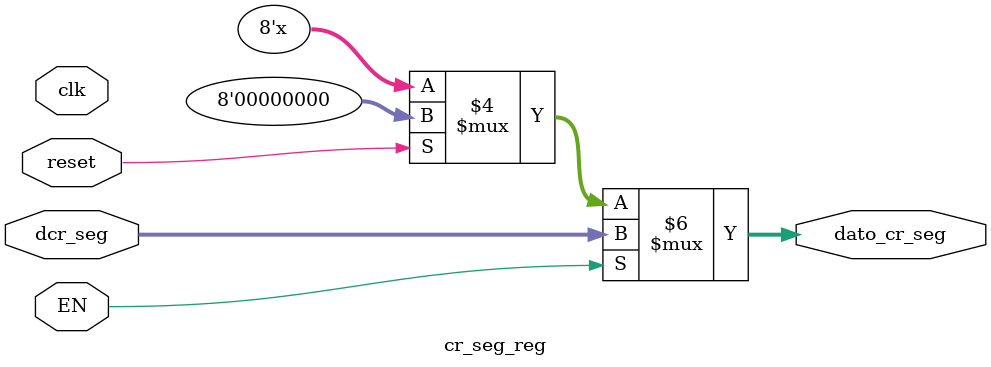
<source format=v>
`timescale 1ns / 1ps
module cr_seg_reg(
input wire clk,reset,
input wire [7:0] dcr_seg,
input wire EN,
output reg [7:0]dato_cr_seg
    );
initial begin 

dato_cr_seg=8'b0;

end


always@* begin     //posiblemente tengamos que cambiar a @*
if (reset)
dato_cr_seg<=0;
if(EN==1)
dato_cr_seg<=dcr_seg;
end
endmodule
 
</source>
